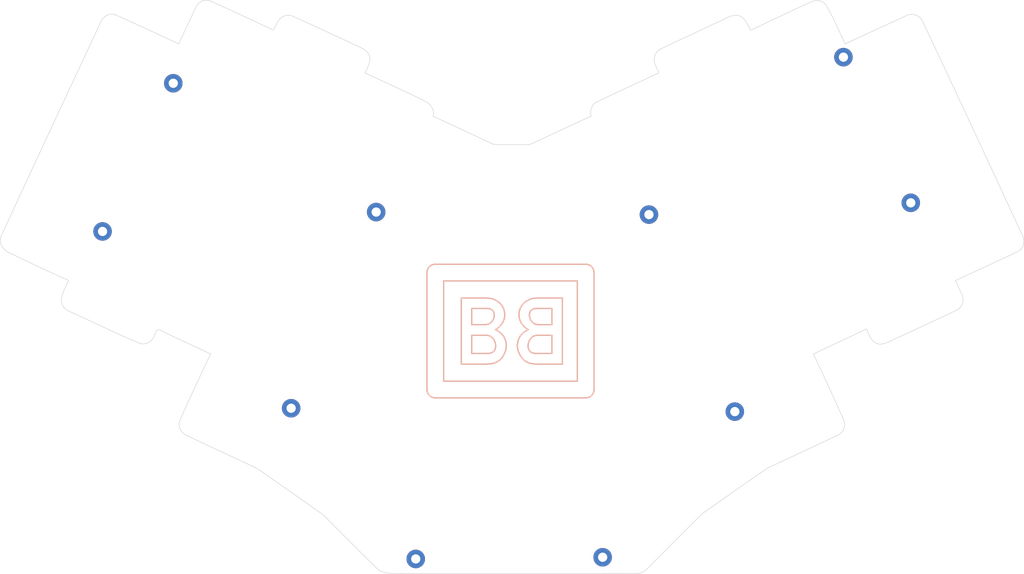
<source format=kicad_pcb>
(kicad_pcb (version 20171130) (host pcbnew "(5.1.10)-1")

  (general
    (thickness 1.6)
    (drawings 572)
    (tracks 0)
    (zones 0)
    (modules 11)
    (nets 1)
  )

  (page A4)
  (layers
    (0 F.Cu signal)
    (31 B.Cu signal)
    (32 B.Adhes user)
    (33 F.Adhes user)
    (34 B.Paste user)
    (35 F.Paste user)
    (36 B.SilkS user)
    (37 F.SilkS user)
    (38 B.Mask user)
    (39 F.Mask user)
    (40 Dwgs.User user)
    (41 Cmts.User user)
    (42 Eco1.User user)
    (43 Eco2.User user)
    (44 Edge.Cuts user)
    (45 Margin user)
    (46 B.CrtYd user)
    (47 F.CrtYd user)
    (48 B.Fab user)
    (49 F.Fab user)
  )

  (setup
    (last_trace_width 0.254)
    (trace_clearance 0.2)
    (zone_clearance 0.508)
    (zone_45_only no)
    (trace_min 0.2)
    (via_size 0.8)
    (via_drill 0.4)
    (via_min_size 0.4)
    (via_min_drill 0.3)
    (uvia_size 0.3)
    (uvia_drill 0.1)
    (uvias_allowed no)
    (uvia_min_size 0.2)
    (uvia_min_drill 0.1)
    (edge_width 0.05)
    (segment_width 0.2)
    (pcb_text_width 0.3)
    (pcb_text_size 1.5 1.5)
    (mod_edge_width 0.12)
    (mod_text_size 1 1)
    (mod_text_width 0.15)
    (pad_size 1.524 1.524)
    (pad_drill 0.762)
    (pad_to_mask_clearance 0)
    (aux_axis_origin 0 0)
    (grid_origin 145.852593 65.458404)
    (visible_elements 7FFFFFFF)
    (pcbplotparams
      (layerselection 0x010fc_ffffffff)
      (usegerberextensions false)
      (usegerberattributes true)
      (usegerberadvancedattributes true)
      (creategerberjobfile true)
      (excludeedgelayer true)
      (linewidth 0.100000)
      (plotframeref false)
      (viasonmask false)
      (mode 1)
      (useauxorigin false)
      (hpglpennumber 1)
      (hpglpenspeed 20)
      (hpglpendiameter 15.000000)
      (psnegative false)
      (psa4output false)
      (plotreference true)
      (plotvalue true)
      (plotinvisibletext false)
      (padsonsilk false)
      (subtractmaskfromsilk false)
      (outputformat 1)
      (mirror false)
      (drillshape 0)
      (scaleselection 1)
      (outputdirectory "bottom-plate-gerbers/"))
  )

  (net 0 "")

  (net_class Default "This is the default net class."
    (clearance 0.2)
    (trace_width 0.254)
    (via_dia 0.8)
    (via_drill 0.4)
    (uvia_dia 0.3)
    (uvia_drill 0.1)
  )

  (net_class Power ""
    (clearance 0.2)
    (trace_width 0.381)
    (via_dia 0.8)
    (via_drill 0.4)
    (uvia_dia 0.3)
    (uvia_drill 0.1)
  )

  (module MountingHole:MountingHole_2.7mm (layer F.Cu) (tedit 56D1B4CB) (tstamp 610E39FA)
    (at 158.852593 151.458404)
    (descr "Mounting Hole 2.7mm, no annular")
    (tags "mounting hole 2.7mm no annular")
    (attr virtual)
    (fp_text reference "" (at 0 -3.7) (layer F.SilkS)
      (effects (font (size 1 1) (thickness 0.15)))
    )
    (fp_text value "" (at 0 3.7) (layer F.Fab)
      (effects (font (size 1 1) (thickness 0.15)))
    )
    (fp_circle (center 0 0) (end 2.7 0) (layer Cmts.User) (width 0.15))
    (fp_circle (center 0 0) (end 2.95 0) (layer F.CrtYd) (width 0.05))
    (fp_text user %R (at 0.3 0) (layer F.Fab)
      (effects (font (size 1 1) (thickness 0.15)))
    )
    (pad 1 np_thru_hole circle (at 0 0) (size 2.7 2.7) (drill 2.7) (layers *.Cu *.Mask))
  )

  (module MountingHole:MountingHole_2.2mm_M2_Pad (layer F.Cu) (tedit 56D1B4CB) (tstamp 610E1156)
    (at 123.052593 151.858404)
    (descr "Mounting Hole 2.2mm, M2")
    (tags "mounting hole 2.2mm m2")
    (attr virtual)
    (fp_text reference "" (at 0 -3.2) (layer F.SilkS)
      (effects (font (size 1 1) (thickness 0.15)))
    )
    (fp_text value "" (at 0 3.2) (layer F.Fab)
      (effects (font (size 1 1) (thickness 0.15)))
    )
    (fp_circle (center 0 0) (end 2.45 0) (layer F.CrtYd) (width 0.05))
    (fp_circle (center 0 0) (end 2.2 0) (layer Cmts.User) (width 0.15))
    (fp_text user %R (at 0.3 0) (layer F.Fab)
      (effects (font (size 1 1) (thickness 0.15)))
    )
    (pad 1 thru_hole circle (at 0 0) (size 4.4 4.4) (drill 2.2) (layers *.Cu *.Mask))
  )

  (module MountingHole:MountingHole_2.2mm_M2_Pad (layer F.Cu) (tedit 56D1B4CB) (tstamp 610E1156)
    (at 178.452593 70.058404)
    (descr "Mounting Hole 2.2mm, M2")
    (tags "mounting hole 2.2mm m2")
    (attr virtual)
    (fp_text reference "" (at 0 -3.2) (layer F.SilkS)
      (effects (font (size 1 1) (thickness 0.15)))
    )
    (fp_text value "" (at 0 3.2) (layer F.Fab)
      (effects (font (size 1 1) (thickness 0.15)))
    )
    (fp_circle (center 0 0) (end 2.45 0) (layer F.CrtYd) (width 0.05))
    (fp_circle (center 0 0) (end 2.2 0) (layer Cmts.User) (width 0.15))
    (fp_text user %R (at 0.3 0) (layer F.Fab)
      (effects (font (size 1 1) (thickness 0.15)))
    )
    (pad 1 thru_hole circle (at 0 0) (size 4.4 4.4) (drill 2.2) (layers *.Cu *.Mask))
  )

  (module MountingHole:MountingHole_2.2mm_M2_Pad (layer F.Cu) (tedit 56D1B4CB) (tstamp 610E1156)
    (at 167.452593 151.458404)
    (descr "Mounting Hole 2.2mm, M2")
    (tags "mounting hole 2.2mm m2")
    (attr virtual)
    (fp_text reference "" (at 0 -3.2) (layer F.SilkS)
      (effects (font (size 1 1) (thickness 0.15)))
    )
    (fp_text value "" (at 0 3.2) (layer F.Fab)
      (effects (font (size 1 1) (thickness 0.15)))
    )
    (fp_circle (center 0 0) (end 2.45 0) (layer F.CrtYd) (width 0.05))
    (fp_circle (center 0 0) (end 2.2 0) (layer Cmts.User) (width 0.15))
    (fp_text user %R (at 0.3 0) (layer F.Fab)
      (effects (font (size 1 1) (thickness 0.15)))
    )
    (pad 1 thru_hole circle (at 0 0) (size 4.4 4.4) (drill 2.2) (layers *.Cu *.Mask))
  )

  (module MountingHole:MountingHole_2.2mm_M2_Pad (layer F.Cu) (tedit 56D1B4CB) (tstamp 610E1156)
    (at 48.652593 74.058404)
    (descr "Mounting Hole 2.2mm, M2")
    (tags "mounting hole 2.2mm m2")
    (attr virtual)
    (fp_text reference "" (at 0 -3.2) (layer F.SilkS)
      (effects (font (size 1 1) (thickness 0.15)))
    )
    (fp_text value "" (at 0 3.2) (layer F.Fab)
      (effects (font (size 1 1) (thickness 0.15)))
    )
    (fp_circle (center 0 0) (end 2.45 0) (layer F.CrtYd) (width 0.05))
    (fp_circle (center 0 0) (end 2.2 0) (layer Cmts.User) (width 0.15))
    (fp_text user %R (at 0.3 0) (layer F.Fab)
      (effects (font (size 1 1) (thickness 0.15)))
    )
    (pad 1 thru_hole circle (at 0 0) (size 4.4 4.4) (drill 2.2) (layers *.Cu *.Mask))
  )

  (module MountingHole:MountingHole_2.2mm_M2_Pad (layer F.Cu) (tedit 56D1B4CB) (tstamp 610E10BF)
    (at 65.452593 38.858404)
    (descr "Mounting Hole 2.2mm, M2")
    (tags "mounting hole 2.2mm m2")
    (attr virtual)
    (fp_text reference "" (at 0 -3.2) (layer F.SilkS)
      (effects (font (size 1 1) (thickness 0.15)))
    )
    (fp_text value "" (at 0 3.2) (layer F.Fab)
      (effects (font (size 1 1) (thickness 0.15)))
    )
    (fp_circle (center 0 0) (end 2.45 0) (layer F.CrtYd) (width 0.05))
    (fp_circle (center 0 0) (end 2.2 0) (layer Cmts.User) (width 0.15))
    (fp_text user %R (at 0.3 0) (layer F.Fab)
      (effects (font (size 1 1) (thickness 0.15)))
    )
    (pad 1 thru_hole circle (at 0 0) (size 4.4 4.4) (drill 2.2) (layers *.Cu *.Mask))
  )

  (module MountingHole:MountingHole_2.2mm_M2_Pad (layer F.Cu) (tedit 56D1B4CB) (tstamp 610E1156)
    (at 240.652593 67.258404)
    (descr "Mounting Hole 2.2mm, M2")
    (tags "mounting hole 2.2mm m2")
    (attr virtual)
    (fp_text reference "" (at 0 -3.2) (layer F.SilkS)
      (effects (font (size 1 1) (thickness 0.15)))
    )
    (fp_text value "" (at 0 3.2) (layer F.Fab)
      (effects (font (size 1 1) (thickness 0.15)))
    )
    (fp_circle (center 0 0) (end 2.45 0) (layer F.CrtYd) (width 0.05))
    (fp_circle (center 0 0) (end 2.2 0) (layer Cmts.User) (width 0.15))
    (fp_text user %R (at 0.3 0) (layer F.Fab)
      (effects (font (size 1 1) (thickness 0.15)))
    )
    (pad 1 thru_hole circle (at 0 0) (size 4.4 4.4) (drill 2.2) (layers *.Cu *.Mask))
  )

  (module MountingHole:MountingHole_2.2mm_M2_Pad (layer F.Cu) (tedit 56D1B4CB) (tstamp 610E1156)
    (at 113.652593 69.458404)
    (descr "Mounting Hole 2.2mm, M2")
    (tags "mounting hole 2.2mm m2")
    (attr virtual)
    (fp_text reference "" (at 0 -3.2) (layer F.SilkS)
      (effects (font (size 1 1) (thickness 0.15)))
    )
    (fp_text value "" (at 0 3.2) (layer F.Fab)
      (effects (font (size 1 1) (thickness 0.15)))
    )
    (fp_circle (center 0 0) (end 2.45 0) (layer F.CrtYd) (width 0.05))
    (fp_circle (center 0 0) (end 2.2 0) (layer Cmts.User) (width 0.15))
    (fp_text user %R (at 0.3 0) (layer F.Fab)
      (effects (font (size 1 1) (thickness 0.15)))
    )
    (pad 1 thru_hole circle (at 0 0) (size 4.4 4.4) (drill 2.2) (layers *.Cu *.Mask))
  )

  (module MountingHole:MountingHole_2.2mm_M2_Pad (layer F.Cu) (tedit 56D1B4CB) (tstamp 610E1156)
    (at 198.852593 116.858404)
    (descr "Mounting Hole 2.2mm, M2")
    (tags "mounting hole 2.2mm m2")
    (attr virtual)
    (fp_text reference "" (at 0 -3.2) (layer F.SilkS)
      (effects (font (size 1 1) (thickness 0.15)))
    )
    (fp_text value "" (at 0 3.2) (layer F.Fab)
      (effects (font (size 1 1) (thickness 0.15)))
    )
    (fp_circle (center 0 0) (end 2.45 0) (layer F.CrtYd) (width 0.05))
    (fp_circle (center 0 0) (end 2.2 0) (layer Cmts.User) (width 0.15))
    (fp_text user %R (at 0.3 0) (layer F.Fab)
      (effects (font (size 1 1) (thickness 0.15)))
    )
    (pad 1 thru_hole circle (at 0 0) (size 4.4 4.4) (drill 2.2) (layers *.Cu *.Mask))
  )

  (module MountingHole:MountingHole_2.2mm_M2_Pad (layer F.Cu) (tedit 56D1B4CB) (tstamp 610E1156)
    (at 224.652593 32.658404)
    (descr "Mounting Hole 2.2mm, M2")
    (tags "mounting hole 2.2mm m2")
    (attr virtual)
    (fp_text reference "" (at 0 -3.2) (layer F.SilkS)
      (effects (font (size 1 1) (thickness 0.15)))
    )
    (fp_text value "" (at 0 3.2) (layer F.Fab)
      (effects (font (size 1 1) (thickness 0.15)))
    )
    (fp_circle (center 0 0) (end 2.45 0) (layer F.CrtYd) (width 0.05))
    (fp_circle (center 0 0) (end 2.2 0) (layer Cmts.User) (width 0.15))
    (fp_text user %R (at 0.3 0) (layer F.Fab)
      (effects (font (size 1 1) (thickness 0.15)))
    )
    (pad 1 thru_hole circle (at 0 0) (size 4.4 4.4) (drill 2.2) (layers *.Cu *.Mask))
  )

  (module MountingHole:MountingHole_2.2mm_M2_Pad (layer F.Cu) (tedit 56D1B4CB) (tstamp 610E1156)
    (at 93.452593 116.058404)
    (descr "Mounting Hole 2.2mm, M2")
    (tags "mounting hole 2.2mm m2")
    (attr virtual)
    (fp_text reference "" (at 0 -3.2) (layer F.SilkS)
      (effects (font (size 1 1) (thickness 0.15)))
    )
    (fp_text value "" (at 0 3.2) (layer F.Fab)
      (effects (font (size 1 1) (thickness 0.15)))
    )
    (fp_circle (center 0 0) (end 2.45 0) (layer F.CrtYd) (width 0.05))
    (fp_circle (center 0 0) (end 2.2 0) (layer Cmts.User) (width 0.15))
    (fp_text user %R (at 0.3 0) (layer F.Fab)
      (effects (font (size 1 1) (thickness 0.15)))
    )
    (pad 1 thru_hole circle (at 0 0) (size 4.4 4.4) (drill 2.2) (layers *.Cu *.Mask))
  )

  (gr_line (start 141.851837 102.046564) (end 141.971997 101.446284) (layer F.SilkS) (width 0.16))
  (gr_line (start 151.592617 103.075124) (end 155.343617 103.075124) (layer F.SilkS) (width 0.16))
  (gr_line (start 152.115617 98.761564) (end 151.856417 98.767364) (layer F.SilkS) (width 0.16))
  (gr_line (start 150.092217 99.816304) (end 150.021617 99.925744) (layer F.SilkS) (width 0.16))
  (gr_line (start 150.561017 99.241984) (end 150.308817 99.502684) (layer F.SilkS) (width 0.16))
  (gr_line (start 150.140217 99.734184) (end 150.092217 99.816304) (layer F.SilkS) (width 0.16))
  (gr_line (start 150.751417 102.960764) (end 151.382417 103.075124) (layer F.SilkS) (width 0.16))
  (gr_line (start 149.670217 101.446284) (end 149.790217 102.046564) (layer F.SilkS) (width 0.16))
  (gr_line (start 150.848217 99.033844) (end 150.561017 99.241984) (layer F.SilkS) (width 0.16))
  (gr_line (start 151.087217 98.910164) (end 150.848217 99.033844) (layer F.SilkS) (width 0.16))
  (gr_line (start 152.202217 98.761564) (end 152.115617 98.761564) (layer F.SilkS) (width 0.16))
  (gr_line (start 141.971997 101.446284) (end 141.971997 101.246464) (layer F.SilkS) (width 0.16))
  (gr_line (start 151.616016 98.785004) (end 151.564816 98.785004) (layer F.SilkS) (width 0.16))
  (gr_line (start 149.790217 102.046564) (end 150.150617 102.617864) (layer F.SilkS) (width 0.16))
  (gr_line (start 151.411017 98.808145) (end 151.213617 98.863025) (layer F.SilkS) (width 0.16))
  (gr_line (start 151.382417 103.075124) (end 151.592617 103.075124) (layer F.SilkS) (width 0.16))
  (gr_line (start 151.170617 98.878704) (end 151.087217 98.910164) (layer F.SilkS) (width 0.16))
  (gr_line (start 151.856417 98.767364) (end 151.647217 98.780824) (layer F.SilkS) (width 0.16))
  (gr_line (start 155.343617 98.761564) (end 152.202217 98.761564) (layer F.SilkS) (width 0.16))
  (gr_line (start 155.343617 103.075124) (end 155.343617 98.761564) (layer F.SilkS) (width 0.16))
  (gr_line (start 150.150617 102.617864) (end 150.751417 102.960764) (layer F.SilkS) (width 0.16))
  (gr_line (start 149.670217 101.246464) (end 149.670217 101.446284) (layer F.SilkS) (width 0.16))
  (gr_line (start 149.775617 100.502044) (end 149.670217 101.060124) (layer F.SilkS) (width 0.16))
  (gr_line (start 150.308817 99.502684) (end 150.140217 99.734184) (layer F.SilkS) (width 0.16))
  (gr_line (start 151.564816 98.785004) (end 151.411017 98.808145) (layer F.SilkS) (width 0.16))
  (gr_line (start 151.647217 98.780824) (end 151.616016 98.785004) (layer F.SilkS) (width 0.16))
  (gr_line (start 150.021617 99.925744) (end 149.775617 100.502044) (layer F.SilkS) (width 0.16))
  (gr_line (start 151.213617 98.863025) (end 151.170617 98.878704) (layer F.SilkS) (width 0.16))
  (gr_line (start 148.752817 96.705504) (end 148.064017 95.883684) (layer F.SilkS) (width 0.16))
  (gr_line (start 150.105417 93.281404) (end 149.998417 93.804484) (layer F.SilkS) (width 0.16))
  (gr_line (start 151.573017 96.170844) (end 151.885617 96.211904) (layer F.SilkS) (width 0.16))
  (gr_line (start 149.998417 94.112884) (end 150.054017 94.515044) (layer F.SilkS) (width 0.16))
  (gr_line (start 150.619617 105.493844) (end 150.144817 105.384124) (layer F.SilkS) (width 0.16))
  (gr_line (start 155.343617 96.229544) (end 155.343617 92.384604) (layer F.SilkS) (width 0.16))
  (gr_line (start 149.394617 90.567804) (end 150.006217 90.255204) (layer F.SilkS) (width 0.16))
  (gr_line (start 150.725217 105.513384) (end 150.619617 105.493844) (layer F.SilkS) (width 0.16))
  (gr_line (start 150.826817 105.528844) (end 150.725217 105.513384) (layer F.SilkS) (width 0.16))
  (gr_line (start 149.509817 97.499264) (end 149.717017 97.401764) (layer F.SilkS) (width 0.16))
  (gr_line (start 151.586817 105.607084) (end 150.826817 105.528844) (layer F.SilkS) (width 0.16))
  (gr_line (start 151.874017 105.607084) (end 151.586817 105.607084) (layer F.SilkS) (width 0.16))
  (gr_line (start 147.308017 99.992124) (end 147.704617 99.109124) (layer F.SilkS) (width 0.16))
  (gr_line (start 147.896217 92.169604) (end 148.234017 91.616604) (layer F.SilkS) (width 0.16))
  (gr_line (start 150.971417 89.975804) (end 151.648216 89.899604) (layer F.SilkS) (width 0.16))
  (gr_line (start 147.818217 98.948964) (end 147.927617 98.788604) (layer F.SilkS) (width 0.16))
  (gr_line (start 150.889217 95.807624) (end 150.943817 95.850584) (layer F.SilkS) (width 0.16))
  (gr_line (start 151.471417 96.143604) (end 151.522417 96.159264) (layer F.SilkS) (width 0.16))
  (gr_line (start 151.648216 89.899604) (end 151.874017 89.899604) (layer F.SilkS) (width 0.16))
  (gr_line (start 150.271817 90.153604) (end 150.971417 89.975804) (layer F.SilkS) (width 0.16))
  (gr_line (start 148.755817 91.048404) (end 148.853417 90.958604) (layer F.SilkS) (width 0.16))
  (gr_line (start 147.786817 92.411804) (end 147.841617 92.290804) (layer F.SilkS) (width 0.16))
  (gr_line (start 147.650817 94.935564) (end 147.513417 94.130244) (layer F.SilkS) (width 0.16))
  (gr_line (start 152.366217 96.229544) (end 155.343617 96.229544) (layer F.SilkS) (width 0.16))
  (gr_line (start 150.221017 94.998704) (end 150.499217 95.429444) (layer F.SilkS) (width 0.16))
  (gr_line (start 157.828817 105.607084) (end 151.874017 105.607084) (layer F.SilkS) (width 0.16))
  (gr_line (start 157.828817 89.899604) (end 157.828817 105.607084) (layer F.SilkS) (width 0.16))
  (gr_line (start 150.139017 90.204604) (end 150.271817 90.153604) (layer F.SilkS) (width 0.16))
  (gr_line (start 147.138217 101.199624) (end 147.138217 100.897504) (layer F.SilkS) (width 0.16))
  (gr_line (start 151.522417 92.384604) (end 150.961017 92.484004) (layer F.SilkS) (width 0.16))
  (gr_line (start 147.927617 98.788604) (end 148.621017 98.081345) (layer F.SilkS) (width 0.16))
  (gr_line (start 150.943817 95.850584) (end 151.211417 96.024224) (layer F.SilkS) (width 0.16))
  (gr_line (start 147.595217 93.046804) (end 147.786817 92.411804) (layer F.SilkS) (width 0.16))
  (gr_line (start 148.621017 98.081345) (end 149.509817 97.499264) (layer F.SilkS) (width 0.16))
  (gr_line (start 151.522417 96.159264) (end 151.573017 96.170844) (layer F.SilkS) (width 0.16))
  (gr_line (start 150.426217 92.783204) (end 150.105417 93.281404) (layer F.SilkS) (width 0.16))
  (gr_line (start 149.460417 97.254284) (end 148.752817 96.705504) (layer F.SilkS) (width 0.16))
  (gr_line (start 149.998417 93.978964) (end 149.998417 94.112884) (layer F.SilkS) (width 0.16))
  (gr_line (start 150.006217 90.255204) (end 150.139017 90.204604) (layer F.SilkS) (width 0.16))
  (gr_line (start 147.513417 93.657864) (end 147.595217 93.046804) (layer F.SilkS) (width 0.16))
  (gr_line (start 149.998417 93.804484) (end 149.998417 93.978964) (layer F.SilkS) (width 0.16))
  (gr_line (start 148.658017 91.134204) (end 148.755817 91.048404) (layer F.SilkS) (width 0.16))
  (gr_line (start 147.138217 100.897504) (end 147.308017 99.992124) (layer F.SilkS) (width 0.16))
  (gr_line (start 151.874017 89.899604) (end 157.828817 89.899604) (layer F.SilkS) (width 0.16))
  (gr_line (start 152.246017 96.229544) (end 152.366217 96.229544) (layer F.SilkS) (width 0.16))
  (gr_line (start 148.853417 90.958604) (end 149.394617 90.567804) (layer F.SilkS) (width 0.16))
  (gr_line (start 151.885617 96.211904) (end 152.246017 96.229544) (layer F.SilkS) (width 0.16))
  (gr_line (start 151.211417 96.024224) (end 151.471417 96.143604) (layer F.SilkS) (width 0.16))
  (gr_line (start 150.783217 95.723804) (end 150.889217 95.807624) (layer F.SilkS) (width 0.16))
  (gr_line (start 155.343617 92.384604) (end 151.709817 92.384604) (layer F.SilkS) (width 0.16))
  (gr_line (start 147.841617 92.290804) (end 147.896217 92.169604) (layer F.SilkS) (width 0.16))
  (gr_line (start 148.234017 91.616604) (end 148.658017 91.134204) (layer F.SilkS) (width 0.16))
  (gr_line (start 147.513417 94.130244) (end 147.513417 93.861844) (layer F.SilkS) (width 0.16))
  (gr_line (start 148.064017 95.883684) (end 147.650817 94.935564) (layer F.SilkS) (width 0.16))
  (gr_line (start 149.717017 97.401764) (end 149.460417 97.254284) (layer F.SilkS) (width 0.16))
  (gr_line (start 147.704617 99.109124) (end 147.818217 98.948964) (layer F.SilkS) (width 0.16))
  (gr_line (start 150.961017 92.484004) (end 150.426217 92.783204) (layer F.SilkS) (width 0.16))
  (gr_line (start 149.670217 101.060124) (end 149.670217 101.246464) (layer F.SilkS) (width 0.16))
  (gr_line (start 151.709817 92.384604) (end 151.522417 92.384604) (layer F.SilkS) (width 0.16))
  (gr_line (start 150.499217 95.429444) (end 150.783217 95.723804) (layer F.SilkS) (width 0.16))
  (gr_line (start 150.054017 94.515044) (end 150.221017 94.998704) (layer F.SilkS) (width 0.16))
  (gr_line (start 149.740617 105.259324) (end 149.670217 105.232004) (layer F.SilkS) (width 0.16))
  (gr_line (start 150.144817 105.384124) (end 149.740617 105.259324) (layer F.SilkS) (width 0.16))
  (gr_line (start 147.513417 93.861844) (end 147.513417 93.657864) (layer F.SilkS) (width 0.16))
  (gr_line (start 126.238095 113.04825) (end 125.996111 112.755004) (layer F.SilkS) (width 0.16))
  (gr_line (start 127.542269 113.628404) (end 127.241583 113.588166) (layer F.SilkS) (width 0.16))
  (gr_line (start 164.472217 113.290234) (end 164.135017 113.472686) (layer F.SilkS) (width 0.16))
  (gr_line (start 164.135017 113.472686) (end 163.762017 113.588166) (layer F.SilkS) (width 0.16))
  (gr_line (start 143.413657 104.147784) (end 143.058137 104.528644) (layer F.SilkS) (width 0.16))
  (gr_line (start 143.722337 103.727764) (end 143.413657 104.147784) (layer F.SilkS) (width 0.16))
  (gr_line (start 127.542269 81.878404) (end 127.642593 81.878404) (layer F.SilkS) (width 0.16))
  (gr_line (start 144.503957 101.199624) (end 144.503957 101.515984) (layer F.SilkS) (width 0.16))
  (gr_line (start 125.996111 82.751605) (end 126.238095 82.458204) (layer F.SilkS) (width 0.16))
  (gr_line (start 143.777237 103.637884) (end 143.722337 103.727764) (layer F.SilkS) (width 0.16))
  (gr_line (start 143.835657 103.548064) (end 143.777237 103.637884) (layer F.SilkS) (width 0.16))
  (gr_line (start 126.531343 82.216204) (end 126.868689 82.033804) (layer F.SilkS) (width 0.16))
  (gr_line (start 163.361417 113.628404) (end 127.642593 113.628404) (layer F.SilkS) (width 0.16))
  (gr_line (start 144.347757 102.360184) (end 144.316557 102.465744) (layer F.SilkS) (width 0.16))
  (gr_line (start 164.765617 113.04825) (end 164.472217 113.290234) (layer F.SilkS) (width 0.16))
  (gr_line (start 144.503957 101.515984) (end 144.347757 102.360184) (layer F.SilkS) (width 0.16))
  (gr_line (start 144.285157 102.571004) (end 143.835657 103.548064) (layer F.SilkS) (width 0.16))
  (gr_line (start 126.531343 113.290234) (end 126.238095 113.04825) (layer F.SilkS) (width 0.16))
  (gr_line (start 126.868689 82.033804) (end 127.241583 81.918404) (layer F.SilkS) (width 0.16))
  (gr_line (start 125.69818 83.461804) (end 125.81366 83.088804) (layer F.SilkS) (width 0.16))
  (gr_line (start 125.69818 112.044764) (end 125.658217 111.744076) (layer F.SilkS) (width 0.16))
  (gr_line (start 163.762017 113.588166) (end 163.461417 113.628404) (layer F.SilkS) (width 0.16))
  (gr_line (start 165.305417 112.044764) (end 165.190017 112.417656) (layer F.SilkS) (width 0.16))
  (gr_line (start 127.241583 81.918404) (end 127.542269 81.878404) (layer F.SilkS) (width 0.16))
  (gr_line (start 127.642593 113.628404) (end 127.542269 113.628404) (layer F.SilkS) (width 0.16))
  (gr_line (start 125.658217 111.644028) (end 125.658217 83.862804) (layer F.SilkS) (width 0.16))
  (gr_line (start 161.377017 85.847204) (end 161.377017 109.659644) (layer F.SilkS) (width 0.16))
  (gr_line (start 125.81366 83.088804) (end 125.996111 82.751605) (layer F.SilkS) (width 0.16))
  (gr_line (start 125.658217 83.762404) (end 125.69818 83.461804) (layer F.SilkS) (width 0.16))
  (gr_line (start 165.190017 112.417656) (end 165.007617 112.755004) (layer F.SilkS) (width 0.16))
  (gr_line (start 125.996111 112.755004) (end 125.81366 112.417656) (layer F.SilkS) (width 0.16))
  (gr_line (start 126.868689 113.472686) (end 126.531343 113.290234) (layer F.SilkS) (width 0.16))
  (gr_line (start 127.241583 113.588166) (end 126.868689 113.472686) (layer F.SilkS) (width 0.16))
  (gr_line (start 163.461417 113.628404) (end 163.361417 113.628404) (layer F.SilkS) (width 0.16))
  (gr_line (start 165.345817 111.744076) (end 165.305417 112.044764) (layer F.SilkS) (width 0.16))
  (gr_line (start 165.345817 111.644028) (end 165.345817 111.744076) (layer F.SilkS) (width 0.16))
  (gr_line (start 144.316557 102.465744) (end 144.285157 102.571004) (layer F.SilkS) (width 0.16))
  (gr_line (start 129.626977 109.659644) (end 129.626977 85.847204) (layer F.SilkS) (width 0.16))
  (gr_line (start 129.626977 85.847204) (end 161.377017 85.847204) (layer F.SilkS) (width 0.16))
  (gr_line (start 126.238095 82.458204) (end 126.531343 82.216204) (layer F.SilkS) (width 0.16))
  (gr_line (start 125.658217 111.744076) (end 125.658217 111.644028) (layer F.SilkS) (width 0.16))
  (gr_line (start 165.007617 112.755004) (end 164.765617 113.04825) (layer F.SilkS) (width 0.16))
  (gr_line (start 125.81366 112.417656) (end 125.69818 112.044764) (layer F.SilkS) (width 0.16))
  (gr_line (start 143.058137 104.528644) (end 142.980177 104.598924) (layer F.SilkS) (width 0.16))
  (gr_line (start 161.377017 109.659644) (end 129.626977 109.659644) (layer F.SilkS) (width 0.16))
  (gr_line (start 125.658217 83.862804) (end 125.658217 83.762404) (layer F.SilkS) (width 0.16))
  (gr_line (start 147.865017 103.637884) (end 147.806217 103.547784) (layer F.SilkS) (width 0.16))
  (gr_line (start 148.583817 104.528644) (end 148.228217 104.147784) (layer F.SilkS) (width 0.16))
  (gr_line (start 149.576217 105.192844) (end 149.136617 104.956424) (layer F.SilkS) (width 0.16))
  (gr_line (start 149.670217 105.232004) (end 149.576217 105.192844) (layer F.SilkS) (width 0.16))
  (gr_line (start 148.228217 104.147784) (end 147.919617 103.727764) (layer F.SilkS) (width 0.16))
  (gr_line (start 148.736217 104.665384) (end 148.662017 104.598924) (layer F.SilkS) (width 0.16))
  (gr_line (start 149.136617 104.956424) (end 148.736217 104.665384) (layer F.SilkS) (width 0.16))
  (gr_line (start 147.919617 103.727764) (end 147.865017 103.637884) (layer F.SilkS) (width 0.16))
  (gr_line (start 148.662017 104.598924) (end 148.583817 104.528644) (layer F.SilkS) (width 0.16))
  (gr_line (start 147.356817 102.571004) (end 147.325617 102.465744) (layer F.SilkS) (width 0.16))
  (gr_line (start 147.138217 101.489524) (end 147.138217 101.199624) (layer F.SilkS) (width 0.16))
  (gr_line (start 147.325617 102.465744) (end 147.294217 102.360184) (layer F.SilkS) (width 0.16))
  (gr_line (start 147.294217 102.360184) (end 147.138217 101.489524) (layer F.SilkS) (width 0.16))
  (gr_line (start 147.806217 103.547784) (end 147.356817 102.571004) (layer F.SilkS) (width 0.16))
  (gr_line (start 140.259617 103.075124) (end 140.890517 102.960764) (layer F.SilkS) (width 0.16))
  (gr_line (start 140.554817 98.910164) (end 140.471577 98.878704) (layer F.SilkS) (width 0.16))
  (gr_line (start 140.049637 103.075124) (end 140.259617 103.075124) (layer F.SilkS) (width 0.16))
  (gr_line (start 140.231257 98.808145) (end 140.077437 98.785004) (layer F.SilkS) (width 0.16))
  (gr_line (start 141.971997 101.060124) (end 141.866457 100.502044) (layer F.SilkS) (width 0.16))
  (gr_line (start 140.471577 98.878704) (end 140.428597 98.863025) (layer F.SilkS) (width 0.16))
  (gr_line (start 141.620277 99.925744) (end 141.550017 99.816584) (layer F.SilkS) (width 0.16))
  (gr_line (start 141.550017 99.816584) (end 141.501817 99.734464) (layer F.SilkS) (width 0.16))
  (gr_line (start 136.298637 103.075124) (end 140.049637 103.075124) (layer F.SilkS) (width 0.16))
  (gr_line (start 136.298637 98.761564) (end 136.298637 103.075124) (layer F.SilkS) (width 0.16))
  (gr_line (start 139.785836 98.767364) (end 139.526537 98.761564) (layer F.SilkS) (width 0.16))
  (gr_line (start 140.077437 98.785004) (end 140.026217 98.785004) (layer F.SilkS) (width 0.16))
  (gr_line (start 141.080956 99.241984) (end 140.793796 99.033844) (layer F.SilkS) (width 0.16))
  (gr_line (start 140.428597 98.863025) (end 140.231257 98.808145) (layer F.SilkS) (width 0.16))
  (gr_line (start 139.440257 98.761564) (end 136.298637 98.761564) (layer F.SilkS) (width 0.16))
  (gr_line (start 141.866457 100.502044) (end 141.620277 99.925744) (layer F.SilkS) (width 0.16))
  (gr_line (start 141.971997 101.246464) (end 141.971997 101.060124) (layer F.SilkS) (width 0.16))
  (gr_line (start 139.994757 98.780824) (end 139.785836 98.767364) (layer F.SilkS) (width 0.16))
  (gr_line (start 140.793796 99.033844) (end 140.554817 98.910164) (layer F.SilkS) (width 0.16))
  (gr_line (start 141.333117 99.502964) (end 141.080956 99.241984) (layer F.SilkS) (width 0.16))
  (gr_line (start 141.501817 99.734464) (end 141.333117 99.502964) (layer F.SilkS) (width 0.16))
  (gr_line (start 141.643997 94.112884) (end 141.643997 93.978964) (layer F.SilkS) (width 0.16))
  (gr_line (start 141.421037 94.998704) (end 141.588037 94.515044) (layer F.SilkS) (width 0.16))
  (gr_line (start 141.588037 94.515044) (end 141.643997 94.112884) (layer F.SilkS) (width 0.16))
  (gr_line (start 141.491316 102.617864) (end 141.851837 102.046564) (layer F.SilkS) (width 0.16))
  (gr_line (start 140.890517 102.960764) (end 141.491316 102.617864) (layer F.SilkS) (width 0.16))
  (gr_line (start 139.526537 98.761564) (end 139.440257 98.761564) (layer F.SilkS) (width 0.16))
  (gr_line (start 140.026217 98.785004) (end 139.994757 98.780824) (layer F.SilkS) (width 0.16))
  (gr_line (start 139.768477 105.607084) (end 133.813457 105.607084) (layer F.SilkS) (width 0.16))
  (gr_line (start 143.577917 95.883684) (end 142.889217 96.705504) (layer F.SilkS) (width 0.16))
  (gr_line (start 142.247317 90.567804) (end 142.788617 90.958604) (layer F.SilkS) (width 0.16))
  (gr_line (start 144.128877 93.861564) (end 144.128877 94.130024) (layer F.SilkS) (width 0.16))
  (gr_line (start 140.030037 105.607084) (end 139.768477 105.607084) (layer F.SilkS) (width 0.16))
  (gr_line (start 141.636017 90.255204) (end 142.247317 90.567804) (layer F.SilkS) (width 0.16))
  (gr_line (start 142.905737 104.665384) (end 142.505257 104.956424) (layer F.SilkS) (width 0.16))
  (gr_line (start 142.065697 105.192844) (end 141.971997 105.232004) (layer F.SilkS) (width 0.16))
  (gr_line (start 141.536817 93.281404) (end 141.215997 92.783404) (layer F.SilkS) (width 0.16))
  (gr_line (start 140.752937 95.807624) (end 140.858776 95.723804) (layer F.SilkS) (width 0.16))
  (gr_line (start 143.407877 91.616604) (end 143.745777 92.169604) (layer F.SilkS) (width 0.16))
  (gr_line (start 140.119916 96.159264) (end 140.170657 96.143604) (layer F.SilkS) (width 0.16))
  (gr_line (start 141.142697 95.429444) (end 141.421037 94.998704) (layer F.SilkS) (width 0.16))
  (gr_line (start 140.698117 95.850584) (end 140.752937 95.807624) (layer F.SilkS) (width 0.16))
  (gr_line (start 143.800657 92.290804) (end 143.855197 92.411804) (layer F.SilkS) (width 0.16))
  (gr_line (start 143.745777 92.169604) (end 143.800657 92.290804) (layer F.SilkS) (width 0.16))
  (gr_line (start 142.984057 91.134404) (end 143.407877 91.616604) (layer F.SilkS) (width 0.16))
  (gr_line (start 142.886477 91.048404) (end 142.984057 91.134404) (layer F.SilkS) (width 0.16))
  (gr_line (start 144.128877 94.130024) (end 143.991097 94.935564) (layer F.SilkS) (width 0.16))
  (gr_line (start 141.643997 93.978964) (end 141.643997 93.804484) (layer F.SilkS) (width 0.16))
  (gr_line (start 133.813457 105.607084) (end 133.813457 89.899604) (layer F.SilkS) (width 0.16))
  (gr_line (start 139.932517 92.384804) (end 136.298637 92.384804) (layer F.SilkS) (width 0.16))
  (gr_line (start 140.858776 95.723804) (end 141.142697 95.429444) (layer F.SilkS) (width 0.16))
  (gr_line (start 144.503957 100.897504) (end 144.503957 101.199624) (layer F.SilkS) (width 0.16))
  (gr_line (start 141.370297 90.153604) (end 141.503157 90.204604) (layer F.SilkS) (width 0.16))
  (gr_line (start 139.756337 96.211904) (end 140.068917 96.170844) (layer F.SilkS) (width 0.16))
  (gr_line (start 143.855197 92.411804) (end 144.046757 93.046804) (layer F.SilkS) (width 0.16))
  (gr_line (start 143.991097 94.935564) (end 143.577917 95.883684) (layer F.SilkS) (width 0.16))
  (gr_line (start 140.917277 105.513384) (end 140.815517 105.528844) (layer F.SilkS) (width 0.16))
  (gr_line (start 136.298637 96.229544) (end 139.275996 96.229544) (layer F.SilkS) (width 0.16))
  (gr_line (start 136.298637 92.384804) (end 136.298637 96.229544) (layer F.SilkS) (width 0.16))
  (gr_line (start 140.430497 96.024224) (end 140.698117 95.850584) (layer F.SilkS) (width 0.16))
  (gr_line (start 140.170657 96.143604) (end 140.430497 96.024224) (layer F.SilkS) (width 0.16))
  (gr_line (start 143.824077 98.948964) (end 143.937337 99.109124) (layer F.SilkS) (width 0.16))
  (gr_line (start 142.980177 104.598924) (end 142.905737 104.665384) (layer F.SilkS) (width 0.16))
  (gr_line (start 143.714657 98.788604) (end 143.824077 98.948964) (layer F.SilkS) (width 0.16))
  (gr_line (start 141.901737 105.259324) (end 141.497377 105.384124) (layer F.SilkS) (width 0.16))
  (gr_line (start 142.788617 90.958604) (end 142.886477 91.048404) (layer F.SilkS) (width 0.16))
  (gr_line (start 141.022537 105.493844) (end 140.917277 105.513384) (layer F.SilkS) (width 0.16))
  (gr_line (start 142.505257 104.956424) (end 142.065697 105.192844) (layer F.SilkS) (width 0.16))
  (gr_line (start 144.128877 93.657864) (end 144.128877 93.861564) (layer F.SilkS) (width 0.16))
  (gr_line (start 140.068917 96.170844) (end 140.119916 96.159264) (layer F.SilkS) (width 0.16))
  (gr_line (start 139.395877 96.229544) (end 139.756337 96.211904) (layer F.SilkS) (width 0.16))
  (gr_line (start 139.993977 89.899604) (end 140.670817 89.975804) (layer F.SilkS) (width 0.16))
  (gr_line (start 139.275996 96.229544) (end 139.395877 96.229544) (layer F.SilkS) (width 0.16))
  (gr_line (start 141.971997 105.232004) (end 141.901737 105.259324) (layer F.SilkS) (width 0.16))
  (gr_line (start 140.119637 92.384804) (end 139.932517 92.384804) (layer F.SilkS) (width 0.16))
  (gr_line (start 140.681036 92.484404) (end 140.119637 92.384804) (layer F.SilkS) (width 0.16))
  (gr_line (start 140.815517 105.528844) (end 140.030037 105.607084) (layer F.SilkS) (width 0.16))
  (gr_line (start 142.181477 97.254284) (end 141.925157 97.401764) (layer F.SilkS) (width 0.16))
  (gr_line (start 141.503157 90.204604) (end 141.636017 90.255204) (layer F.SilkS) (width 0.16))
  (gr_line (start 141.215997 92.783404) (end 140.681036 92.484404) (layer F.SilkS) (width 0.16))
  (gr_line (start 141.643997 93.804484) (end 141.536817 93.281404) (layer F.SilkS) (width 0.16))
  (gr_line (start 144.333917 99.992124) (end 144.503957 100.897504) (layer F.SilkS) (width 0.16))
  (gr_line (start 143.937337 99.109124) (end 144.333917 99.992124) (layer F.SilkS) (width 0.16))
  (gr_line (start 133.813457 89.899604) (end 139.768477 89.899604) (layer F.SilkS) (width 0.16))
  (gr_line (start 143.021237 98.081345) (end 143.714657 98.788604) (layer F.SilkS) (width 0.16))
  (gr_line (start 140.670817 89.975804) (end 141.370297 90.153604) (layer F.SilkS) (width 0.16))
  (gr_line (start 142.132097 97.499264) (end 143.021237 98.081345) (layer F.SilkS) (width 0.16))
  (gr_line (start 141.925157 97.401764) (end 142.132097 97.499264) (layer F.SilkS) (width 0.16))
  (gr_line (start 142.889217 96.705504) (end 142.181477 97.254284) (layer F.SilkS) (width 0.16))
  (gr_line (start 144.046757 93.046804) (end 144.128877 93.657864) (layer F.SilkS) (width 0.16))
  (gr_line (start 139.768477 89.899604) (end 139.993977 89.899604) (layer F.SilkS) (width 0.16))
  (gr_line (start 141.497377 105.384124) (end 141.022537 105.493844) (layer F.SilkS) (width 0.16))
  (gr_line (start 165.345817 83.862804) (end 165.345817 111.644028) (layer F.SilkS) (width 0.16))
  (gr_line (start 163.461417 81.878404) (end 163.762017 81.918404) (layer F.SilkS) (width 0.16))
  (gr_line (start 165.345817 83.762404) (end 165.345817 83.862804) (layer F.SilkS) (width 0.16))
  (gr_line (start 165.305417 83.461804) (end 165.345817 83.762404) (layer F.SilkS) (width 0.16))
  (gr_line (start 165.190017 83.088804) (end 165.305417 83.461804) (layer F.SilkS) (width 0.16))
  (gr_line (start 165.007617 82.751605) (end 165.190017 83.088804) (layer F.SilkS) (width 0.16))
  (gr_line (start 164.765617 82.458204) (end 165.007617 82.751605) (layer F.SilkS) (width 0.16))
  (gr_line (start 164.472217 82.216204) (end 164.765617 82.458204) (layer F.SilkS) (width 0.16))
  (gr_line (start 164.135017 82.033804) (end 164.472217 82.216204) (layer F.SilkS) (width 0.16))
  (gr_line (start 163.762017 81.918404) (end 164.135017 82.033804) (layer F.SilkS) (width 0.16))
  (gr_line (start 163.361417 81.878404) (end 163.461417 81.878404) (layer F.SilkS) (width 0.16))
  (gr_line (start 127.642593 81.878404) (end 163.361417 81.878404) (layer F.SilkS) (width 0.16))
  (gr_line (start 140.057333 98.750424) (end 139.848412 98.736964) (layer B.SilkS) (width 0.32))
  (gr_line (start 140.140013 98.754604) (end 140.088793 98.754604) (layer B.SilkS) (width 0.32))
  (gr_line (start 140.293833 98.777745) (end 140.140013 98.754604) (layer B.SilkS) (width 0.32))
  (gr_line (start 140.088793 98.754604) (end 140.057333 98.750424) (layer B.SilkS) (width 0.32))
  (gr_line (start 139.848412 98.736964) (end 139.589113 98.731164) (layer B.SilkS) (width 0.32))
  (gr_line (start 140.534153 98.848304) (end 140.491173 98.832625) (layer B.SilkS) (width 0.32))
  (gr_line (start 139.338572 96.199144) (end 139.458453 96.199144) (layer B.SilkS) (width 0.32))
  (gr_line (start 141.599393 93.251004) (end 141.278573 92.753004) (layer B.SilkS) (width 0.32))
  (gr_line (start 141.564393 99.704064) (end 141.395693 99.472564) (layer B.SilkS) (width 0.32))
  (gr_line (start 140.617393 98.879764) (end 140.534153 98.848304) (layer B.SilkS) (width 0.32))
  (gr_line (start 140.856372 99.003444) (end 140.617393 98.879764) (layer B.SilkS) (width 0.32))
  (gr_line (start 143.863233 92.260404) (end 143.917773 92.381404) (layer B.SilkS) (width 0.32))
  (gr_line (start 141.143532 99.211584) (end 140.856372 99.003444) (layer B.SilkS) (width 0.32))
  (gr_line (start 141.395693 99.472564) (end 141.143532 99.211584) (layer B.SilkS) (width 0.32))
  (gr_line (start 141.612593 99.786184) (end 141.564393 99.704064) (layer B.SilkS) (width 0.32))
  (gr_line (start 142.034573 101.029724) (end 141.929033 100.471644) (layer B.SilkS) (width 0.32))
  (gr_line (start 140.182213 92.354404) (end 139.995093 92.354404) (layer B.SilkS) (width 0.32))
  (gr_line (start 142.034573 101.216064) (end 142.034573 101.029724) (layer B.SilkS) (width 0.32))
  (gr_line (start 141.706573 94.082484) (end 141.706573 93.948564) (layer B.SilkS) (width 0.32))
  (gr_line (start 143.777233 98.758204) (end 143.886653 98.918564) (layer B.SilkS) (width 0.32))
  (gr_line (start 139.995093 92.354404) (end 136.361213 92.354404) (layer B.SilkS) (width 0.32))
  (gr_line (start 140.743612 92.454004) (end 140.182213 92.354404) (layer B.SilkS) (width 0.32))
  (gr_line (start 141.205273 95.399044) (end 141.483613 94.968304) (layer B.SilkS) (width 0.32))
  (gr_line (start 141.987733 97.371364) (end 142.194673 97.468864) (layer B.SilkS) (width 0.32))
  (gr_line (start 140.182492 96.128864) (end 140.233233 96.113204) (layer B.SilkS) (width 0.32))
  (gr_line (start 143.917773 92.381404) (end 144.109333 93.016404) (layer B.SilkS) (width 0.32))
  (gr_line (start 140.921352 95.693404) (end 141.205273 95.399044) (layer B.SilkS) (width 0.32))
  (gr_line (start 139.818913 96.181504) (end 140.131493 96.140444) (layer B.SilkS) (width 0.32))
  (gr_line (start 140.760693 95.820184) (end 140.815513 95.777224) (layer B.SilkS) (width 0.32))
  (gr_line (start 142.949053 91.018004) (end 143.046633 91.104004) (layer B.SilkS) (width 0.32))
  (gr_line (start 144.191453 93.831164) (end 144.191453 94.099624) (layer B.SilkS) (width 0.32))
  (gr_line (start 144.396493 99.961724) (end 144.566533 100.867104) (layer B.SilkS) (width 0.32))
  (gr_line (start 142.309893 90.537404) (end 142.851193 90.928204) (layer B.SilkS) (width 0.32))
  (gr_line (start 141.432873 90.123204) (end 141.565733 90.174204) (layer B.SilkS) (width 0.32))
  (gr_line (start 140.815513 95.777224) (end 140.921352 95.693404) (layer B.SilkS) (width 0.32))
  (gr_line (start 143.886653 98.918564) (end 143.999913 99.078724) (layer B.SilkS) (width 0.32))
  (gr_line (start 144.053673 94.905164) (end 143.640493 95.853284) (layer B.SilkS) (width 0.32))
  (gr_line (start 140.493073 95.993824) (end 140.760693 95.820184) (layer B.SilkS) (width 0.32))
  (gr_line (start 140.233233 96.113204) (end 140.493073 95.993824) (layer B.SilkS) (width 0.32))
  (gr_line (start 141.706573 93.948564) (end 141.706573 93.774084) (layer B.SilkS) (width 0.32))
  (gr_line (start 143.808353 92.139204) (end 143.863233 92.260404) (layer B.SilkS) (width 0.32))
  (gr_line (start 142.244053 97.223884) (end 141.987733 97.371364) (layer B.SilkS) (width 0.32))
  (gr_line (start 142.194673 97.468864) (end 143.083813 98.050945) (layer B.SilkS) (width 0.32))
  (gr_line (start 142.851193 90.928204) (end 142.949053 91.018004) (layer B.SilkS) (width 0.32))
  (gr_line (start 144.191453 93.627464) (end 144.191453 93.831164) (layer B.SilkS) (width 0.32))
  (gr_line (start 141.698593 90.224804) (end 142.309893 90.537404) (layer B.SilkS) (width 0.32))
  (gr_line (start 139.458453 96.199144) (end 139.818913 96.181504) (layer B.SilkS) (width 0.32))
  (gr_line (start 136.361213 92.354404) (end 136.361213 96.199144) (layer B.SilkS) (width 0.32))
  (gr_line (start 144.566533 100.867104) (end 144.566533 101.169224) (layer B.SilkS) (width 0.32))
  (gr_line (start 143.999913 99.078724) (end 144.396493 99.961724) (layer B.SilkS) (width 0.32))
  (gr_line (start 144.191453 94.099624) (end 144.053673 94.905164) (layer B.SilkS) (width 0.32))
  (gr_line (start 143.083813 98.050945) (end 143.777233 98.758204) (layer B.SilkS) (width 0.32))
  (gr_line (start 140.733393 89.945404) (end 141.432873 90.123204) (layer B.SilkS) (width 0.32))
  (gr_line (start 141.650613 94.484644) (end 141.706573 94.082484) (layer B.SilkS) (width 0.32))
  (gr_line (start 140.056553 89.869204) (end 140.733393 89.945404) (layer B.SilkS) (width 0.32))
  (gr_line (start 140.131493 96.140444) (end 140.182492 96.128864) (layer B.SilkS) (width 0.32))
  (gr_line (start 143.640493 95.853284) (end 142.951793 96.675104) (layer B.SilkS) (width 0.32))
  (gr_line (start 141.929033 100.471644) (end 141.682853 99.895344) (layer B.SilkS) (width 0.32))
  (gr_line (start 141.682853 99.895344) (end 141.612593 99.786184) (layer B.SilkS) (width 0.32))
  (gr_line (start 143.046633 91.104004) (end 143.470453 91.586204) (layer B.SilkS) (width 0.32))
  (gr_line (start 143.470453 91.586204) (end 143.808353 92.139204) (layer B.SilkS) (width 0.32))
  (gr_line (start 136.361213 96.199144) (end 139.338572 96.199144) (layer B.SilkS) (width 0.32))
  (gr_line (start 141.278573 92.753004) (end 140.743612 92.454004) (layer B.SilkS) (width 0.32))
  (gr_line (start 142.951793 96.675104) (end 142.244053 97.223884) (layer B.SilkS) (width 0.32))
  (gr_line (start 141.565733 90.174204) (end 141.698593 90.224804) (layer B.SilkS) (width 0.32))
  (gr_line (start 144.109333 93.016404) (end 144.191453 93.627464) (layer B.SilkS) (width 0.32))
  (gr_line (start 141.706573 93.774084) (end 141.599393 93.251004) (layer B.SilkS) (width 0.32))
  (gr_line (start 140.491173 98.832625) (end 140.293833 98.777745) (layer B.SilkS) (width 0.32))
  (gr_line (start 141.483613 94.968304) (end 141.650613 94.484644) (layer B.SilkS) (width 0.32))
  (gr_line (start 140.979853 105.482984) (end 140.878093 105.498444) (layer B.SilkS) (width 0.32))
  (gr_line (start 141.559953 105.353724) (end 141.085113 105.463444) (layer B.SilkS) (width 0.32))
  (gr_line (start 125.720793 83.732004) (end 125.760756 83.431404) (layer B.SilkS) (width 0.32))
  (gr_line (start 141.964313 105.228924) (end 141.559953 105.353724) (layer B.SilkS) (width 0.32))
  (gr_line (start 144.347733 102.540604) (end 143.898233 103.517664) (layer B.SilkS) (width 0.32))
  (gr_line (start 165.408393 83.732004) (end 165.408393 83.832404) (layer B.SilkS) (width 0.32))
  (gr_line (start 161.439593 109.629244) (end 129.689553 109.629244) (layer B.SilkS) (width 0.32))
  (gr_line (start 126.593919 82.185804) (end 126.931265 82.003404) (layer B.SilkS) (width 0.32))
  (gr_line (start 126.300671 82.427804) (end 126.593919 82.185804) (layer B.SilkS) (width 0.32))
  (gr_line (start 163.824593 113.557766) (end 163.523993 113.598004) (layer B.SilkS) (width 0.32))
  (gr_line (start 165.252593 112.387256) (end 165.070193 112.724604) (layer B.SilkS) (width 0.32))
  (gr_line (start 143.476233 104.117384) (end 143.120713 104.498244) (layer B.SilkS) (width 0.32))
  (gr_line (start 143.898233 103.517664) (end 143.839813 103.607484) (layer B.SilkS) (width 0.32))
  (gr_line (start 165.367993 83.431404) (end 165.408393 83.732004) (layer B.SilkS) (width 0.32))
  (gr_line (start 144.566533 101.169224) (end 144.566533 101.485584) (layer B.SilkS) (width 0.32))
  (gr_line (start 127.304159 113.557766) (end 126.931265 113.442286) (layer B.SilkS) (width 0.32))
  (gr_line (start 125.760756 112.014364) (end 125.720793 111.713676) (layer B.SilkS) (width 0.32))
  (gr_line (start 126.593919 113.259834) (end 126.300671 113.01785) (layer B.SilkS) (width 0.32))
  (gr_line (start 164.534793 113.259834) (end 164.197593 113.442286) (layer B.SilkS) (width 0.32))
  (gr_line (start 144.566533 101.485584) (end 144.410333 102.329784) (layer B.SilkS) (width 0.32))
  (gr_line (start 165.408393 111.613628) (end 165.408393 111.713676) (layer B.SilkS) (width 0.32))
  (gr_line (start 129.689553 109.629244) (end 129.689553 85.816804) (layer B.SilkS) (width 0.32))
  (gr_line (start 129.689553 85.816804) (end 161.439593 85.816804) (layer B.SilkS) (width 0.32))
  (gr_line (start 127.604845 81.848004) (end 127.705169 81.848004) (layer B.SilkS) (width 0.32))
  (gr_line (start 165.070193 112.724604) (end 164.828193 113.01785) (layer B.SilkS) (width 0.32))
  (gr_line (start 165.408393 111.713676) (end 165.367993 112.014364) (layer B.SilkS) (width 0.32))
  (gr_line (start 125.720793 111.713676) (end 125.720793 111.613628) (layer B.SilkS) (width 0.32))
  (gr_line (start 163.423993 113.598004) (end 127.705169 113.598004) (layer B.SilkS) (width 0.32))
  (gr_line (start 142.034573 105.201604) (end 141.964313 105.228924) (layer B.SilkS) (width 0.32))
  (gr_line (start 143.042753 104.568524) (end 142.968313 104.634984) (layer B.SilkS) (width 0.32))
  (gr_line (start 144.379133 102.435344) (end 144.347733 102.540604) (layer B.SilkS) (width 0.32))
  (gr_line (start 164.197593 113.442286) (end 163.824593 113.557766) (layer B.SilkS) (width 0.32))
  (gr_line (start 125.720793 111.613628) (end 125.720793 83.832404) (layer B.SilkS) (width 0.32))
  (gr_line (start 126.931265 82.003404) (end 127.304159 81.888004) (layer B.SilkS) (width 0.32))
  (gr_line (start 125.876236 83.058404) (end 126.058687 82.721205) (layer B.SilkS) (width 0.32))
  (gr_line (start 165.367993 112.014364) (end 165.252593 112.387256) (layer B.SilkS) (width 0.32))
  (gr_line (start 126.058687 82.721205) (end 126.300671 82.427804) (layer B.SilkS) (width 0.32))
  (gr_line (start 133.876033 89.869204) (end 139.831053 89.869204) (layer B.SilkS) (width 0.32))
  (gr_line (start 140.878093 105.498444) (end 140.092613 105.576684) (layer B.SilkS) (width 0.32))
  (gr_line (start 143.784913 103.697364) (end 143.476233 104.117384) (layer B.SilkS) (width 0.32))
  (gr_line (start 142.128273 105.162444) (end 142.034573 105.201604) (layer B.SilkS) (width 0.32))
  (gr_line (start 144.410333 102.329784) (end 144.379133 102.435344) (layer B.SilkS) (width 0.32))
  (gr_line (start 127.604845 113.598004) (end 127.304159 113.557766) (layer B.SilkS) (width 0.32))
  (gr_line (start 141.085113 105.463444) (end 140.979853 105.482984) (layer B.SilkS) (width 0.32))
  (gr_line (start 125.720793 83.832404) (end 125.720793 83.732004) (layer B.SilkS) (width 0.32))
  (gr_line (start 143.839813 103.607484) (end 143.784913 103.697364) (layer B.SilkS) (width 0.32))
  (gr_line (start 126.058687 112.724604) (end 125.876236 112.387256) (layer B.SilkS) (width 0.32))
  (gr_line (start 164.828193 113.01785) (end 164.534793 113.259834) (layer B.SilkS) (width 0.32))
  (gr_line (start 139.831053 89.869204) (end 140.056553 89.869204) (layer B.SilkS) (width 0.32))
  (gr_line (start 139.831053 105.576684) (end 133.876033 105.576684) (layer B.SilkS) (width 0.32))
  (gr_line (start 127.304159 81.888004) (end 127.604845 81.848004) (layer B.SilkS) (width 0.32))
  (gr_line (start 142.567833 104.926024) (end 142.128273 105.162444) (layer B.SilkS) (width 0.32))
  (gr_line (start 125.760756 83.431404) (end 125.876236 83.058404) (layer B.SilkS) (width 0.32))
  (gr_line (start 126.931265 113.442286) (end 126.593919 113.259834) (layer B.SilkS) (width 0.32))
  (gr_line (start 161.439593 85.816804) (end 161.439593 109.629244) (layer B.SilkS) (width 0.32))
  (gr_line (start 126.300671 113.01785) (end 126.058687 112.724604) (layer B.SilkS) (width 0.32))
  (gr_line (start 165.408393 83.832404) (end 165.408393 111.613628) (layer B.SilkS) (width 0.32))
  (gr_line (start 163.523993 113.598004) (end 163.423993 113.598004) (layer B.SilkS) (width 0.32))
  (gr_line (start 133.876033 105.576684) (end 133.876033 89.869204) (layer B.SilkS) (width 0.32))
  (gr_line (start 142.968313 104.634984) (end 142.567833 104.926024) (layer B.SilkS) (width 0.32))
  (gr_line (start 140.092613 105.576684) (end 139.831053 105.576684) (layer B.SilkS) (width 0.32))
  (gr_line (start 125.876236 112.387256) (end 125.760756 112.014364) (layer B.SilkS) (width 0.32))
  (gr_line (start 143.120713 104.498244) (end 143.042753 104.568524) (layer B.SilkS) (width 0.32))
  (gr_line (start 127.705169 113.598004) (end 127.604845 113.598004) (layer B.SilkS) (width 0.32))
  (gr_line (start 150.202793 99.703784) (end 150.154793 99.785904) (layer B.SilkS) (width 0.32))
  (gr_line (start 140.953093 102.930364) (end 141.553892 102.587464) (layer B.SilkS) (width 0.32))
  (gr_line (start 149.852793 102.016164) (end 150.213193 102.587464) (layer B.SilkS) (width 0.32))
  (gr_line (start 147.200793 101.169224) (end 147.200793 100.867104) (layer B.SilkS) (width 0.32))
  (gr_line (start 149.838193 100.471644) (end 149.732793 101.029724) (layer B.SilkS) (width 0.32))
  (gr_line (start 150.060993 93.774084) (end 150.060993 93.948564) (layer B.SilkS) (width 0.32))
  (gr_line (start 151.627392 98.754604) (end 151.473593 98.777745) (layer B.SilkS) (width 0.32))
  (gr_line (start 155.406193 98.731164) (end 152.264793 98.731164) (layer B.SilkS) (width 0.32))
  (gr_line (start 150.623593 99.211584) (end 150.371393 99.472284) (layer B.SilkS) (width 0.32))
  (gr_line (start 150.371393 99.472284) (end 150.202793 99.703784) (layer B.SilkS) (width 0.32))
  (gr_line (start 151.948193 96.181504) (end 152.308593 96.199144) (layer B.SilkS) (width 0.32))
  (gr_line (start 151.584993 92.354204) (end 151.023593 92.453604) (layer B.SilkS) (width 0.32))
  (gr_line (start 150.060993 93.948564) (end 150.060993 94.082484) (layer B.SilkS) (width 0.32))
  (gr_line (start 150.154793 99.785904) (end 150.084193 99.895344) (layer B.SilkS) (width 0.32))
  (gr_line (start 151.709793 98.750424) (end 151.678592 98.754604) (layer B.SilkS) (width 0.32))
  (gr_line (start 155.406193 92.354204) (end 151.772393 92.354204) (layer B.SilkS) (width 0.32))
  (gr_line (start 155.406193 96.199144) (end 155.406193 92.354204) (layer B.SilkS) (width 0.32))
  (gr_line (start 151.772393 92.354204) (end 151.584993 92.354204) (layer B.SilkS) (width 0.32))
  (gr_line (start 151.584993 96.128864) (end 151.635593 96.140444) (layer B.SilkS) (width 0.32))
  (gr_line (start 151.533993 96.113204) (end 151.584993 96.128864) (layer B.SilkS) (width 0.32))
  (gr_line (start 150.084193 99.895344) (end 149.838193 100.471644) (layer B.SilkS) (width 0.32))
  (gr_line (start 151.149793 98.879764) (end 150.910793 99.003444) (layer B.SilkS) (width 0.32))
  (gr_line (start 151.655193 103.044724) (end 155.406193 103.044724) (layer B.SilkS) (width 0.32))
  (gr_line (start 149.732793 101.415884) (end 149.852793 102.016164) (layer B.SilkS) (width 0.32))
  (gr_line (start 136.361213 103.044724) (end 140.112213 103.044724) (layer B.SilkS) (width 0.32))
  (gr_line (start 151.276193 98.832625) (end 151.233193 98.848304) (layer B.SilkS) (width 0.32))
  (gr_line (start 152.428793 96.199144) (end 155.406193 96.199144) (layer B.SilkS) (width 0.32))
  (gr_line (start 150.951793 95.777224) (end 151.006393 95.820184) (layer B.SilkS) (width 0.32))
  (gr_line (start 155.406193 103.044724) (end 155.406193 98.731164) (layer B.SilkS) (width 0.32))
  (gr_line (start 141.553892 102.587464) (end 141.914413 102.016164) (layer B.SilkS) (width 0.32))
  (gr_line (start 147.767193 99.078724) (end 147.880793 98.918564) (layer B.SilkS) (width 0.32))
  (gr_line (start 150.167993 93.251004) (end 150.060993 93.774084) (layer B.SilkS) (width 0.32))
  (gr_line (start 151.023593 92.453604) (end 150.488793 92.752804) (layer B.SilkS) (width 0.32))
  (gr_line (start 151.006393 95.820184) (end 151.273993 95.993824) (layer B.SilkS) (width 0.32))
  (gr_line (start 152.308593 96.199144) (end 152.428793 96.199144) (layer B.SilkS) (width 0.32))
  (gr_line (start 151.444993 103.044724) (end 151.655193 103.044724) (layer B.SilkS) (width 0.32))
  (gr_line (start 149.732793 101.216064) (end 149.732793 101.415884) (layer B.SilkS) (width 0.32))
  (gr_line (start 147.370593 99.961724) (end 147.767193 99.078724) (layer B.SilkS) (width 0.32))
  (gr_line (start 147.200793 100.867104) (end 147.370593 99.961724) (layer B.SilkS) (width 0.32))
  (gr_line (start 149.732793 101.029724) (end 149.732793 101.216064) (layer B.SilkS) (width 0.32))
  (gr_line (start 150.488793 92.752804) (end 150.167993 93.251004) (layer B.SilkS) (width 0.32))
  (gr_line (start 151.473593 98.777745) (end 151.276193 98.832625) (layer B.SilkS) (width 0.32))
  (gr_line (start 150.845793 95.693404) (end 150.951793 95.777224) (layer B.SilkS) (width 0.32))
  (gr_line (start 150.561793 95.399044) (end 150.845793 95.693404) (layer B.SilkS) (width 0.32))
  (gr_line (start 150.116593 94.484644) (end 150.283593 94.968304) (layer B.SilkS) (width 0.32))
  (gr_line (start 141.914413 102.016164) (end 142.034573 101.415884) (layer B.SilkS) (width 0.32))
  (gr_line (start 140.322193 103.044724) (end 140.953093 102.930364) (layer B.SilkS) (width 0.32))
  (gr_line (start 150.910793 99.003444) (end 150.623593 99.211584) (layer B.SilkS) (width 0.32))
  (gr_line (start 151.233193 98.848304) (end 151.149793 98.879764) (layer B.SilkS) (width 0.32))
  (gr_line (start 150.213193 102.587464) (end 150.813993 102.930364) (layer B.SilkS) (width 0.32))
  (gr_line (start 152.178193 98.731164) (end 151.918993 98.736964) (layer B.SilkS) (width 0.32))
  (gr_line (start 151.918993 98.736964) (end 151.709793 98.750424) (layer B.SilkS) (width 0.32))
  (gr_line (start 139.502833 98.731164) (end 136.361213 98.731164) (layer B.SilkS) (width 0.32))
  (gr_line (start 142.034573 101.415884) (end 142.034573 101.216064) (layer B.SilkS) (width 0.32))
  (gr_line (start 139.589113 98.731164) (end 139.502833 98.731164) (layer B.SilkS) (width 0.32))
  (gr_line (start 151.678592 98.754604) (end 151.627392 98.754604) (layer B.SilkS) (width 0.32))
  (gr_line (start 150.813993 102.930364) (end 151.444993 103.044724) (layer B.SilkS) (width 0.32))
  (gr_line (start 136.361213 98.731164) (end 136.361213 103.044724) (layer B.SilkS) (width 0.32))
  (gr_line (start 150.060993 94.082484) (end 150.116593 94.484644) (layer B.SilkS) (width 0.32))
  (gr_line (start 151.635593 96.140444) (end 151.948193 96.181504) (layer B.SilkS) (width 0.32))
  (gr_line (start 151.273993 95.993824) (end 151.533993 96.113204) (layer B.SilkS) (width 0.32))
  (gr_line (start 152.264793 98.731164) (end 152.178193 98.731164) (layer B.SilkS) (width 0.32))
  (gr_line (start 140.112213 103.044724) (end 140.322193 103.044724) (layer B.SilkS) (width 0.32))
  (gr_line (start 150.283593 94.968304) (end 150.561793 95.399044) (layer B.SilkS) (width 0.32))
  (gr_line (start 163.824593 81.888004) (end 164.197593 82.003404) (layer B.SilkS) (width 0.32))
  (gr_line (start 163.523993 81.848004) (end 163.824593 81.888004) (layer B.SilkS) (width 0.32))
  (gr_line (start 165.070193 82.721205) (end 165.252593 83.058404) (layer B.SilkS) (width 0.32))
  (gr_line (start 163.423993 81.848004) (end 163.523993 81.848004) (layer B.SilkS) (width 0.32))
  (gr_line (start 164.197593 82.003404) (end 164.534793 82.185804) (layer B.SilkS) (width 0.32))
  (gr_line (start 164.828193 82.427804) (end 165.070193 82.721205) (layer B.SilkS) (width 0.32))
  (gr_line (start 164.534793 82.185804) (end 164.828193 82.427804) (layer B.SilkS) (width 0.32))
  (gr_line (start 127.705169 81.848004) (end 163.423993 81.848004) (layer B.SilkS) (width 0.32))
  (gr_line (start 149.457193 90.537404) (end 150.068793 90.224804) (layer B.SilkS) (width 0.32))
  (gr_line (start 147.849393 92.381404) (end 147.904193 92.260404) (layer B.SilkS) (width 0.32))
  (gr_line (start 149.199193 104.926024) (end 148.798793 104.634984) (layer B.SilkS) (width 0.32))
  (gr_line (start 148.296593 91.586204) (end 148.720593 91.103804) (layer B.SilkS) (width 0.32))
  (gr_line (start 147.356793 102.329784) (end 147.200793 101.459124) (layer B.SilkS) (width 0.32))
  (gr_line (start 148.815393 96.675104) (end 148.126593 95.853284) (layer B.SilkS) (width 0.32))
  (gr_line (start 148.720593 91.103804) (end 148.818393 91.018004) (layer B.SilkS) (width 0.32))
  (gr_line (start 147.958793 92.139204) (end 148.296593 91.586204) (layer B.SilkS) (width 0.32))
  (gr_line (start 150.682193 105.463444) (end 150.207393 105.353724) (layer B.SilkS) (width 0.32))
  (gr_line (start 149.572393 97.468864) (end 149.779593 97.371364) (layer B.SilkS) (width 0.32))
  (gr_line (start 151.033993 89.945404) (end 151.710792 89.869204) (layer B.SilkS) (width 0.32))
  (gr_line (start 147.388193 102.435344) (end 147.356793 102.329784) (layer B.SilkS) (width 0.32))
  (gr_line (start 147.419393 102.540604) (end 147.388193 102.435344) (layer B.SilkS) (width 0.32))
  (gr_line (start 150.201593 90.174204) (end 150.334393 90.123204) (layer B.SilkS) (width 0.32))
  (gr_line (start 157.891393 89.869204) (end 157.891393 105.576684) (layer B.SilkS) (width 0.32))
  (gr_line (start 151.649393 105.576684) (end 150.889393 105.498444) (layer B.SilkS) (width 0.32))
  (gr_line (start 148.290793 104.117384) (end 147.982193 103.697364) (layer B.SilkS) (width 0.32))
  (gr_line (start 149.803193 105.228924) (end 149.732793 105.201604) (layer B.SilkS) (width 0.32))
  (gr_line (start 147.200793 101.459124) (end 147.200793 101.169224) (layer B.SilkS) (width 0.32))
  (gr_line (start 147.575993 94.099844) (end 147.575993 93.831444) (layer B.SilkS) (width 0.32))
  (gr_line (start 147.868793 103.517384) (end 147.419393 102.540604) (layer B.SilkS) (width 0.32))
  (gr_line (start 148.126593 95.853284) (end 147.713393 94.905164) (layer B.SilkS) (width 0.32))
  (gr_line (start 148.646393 104.498244) (end 148.290793 104.117384) (layer B.SilkS) (width 0.32))
  (gr_line (start 147.927593 103.607484) (end 147.868793 103.517384) (layer B.SilkS) (width 0.32))
  (gr_line (start 148.724593 104.568524) (end 148.646393 104.498244) (layer B.SilkS) (width 0.32))
  (gr_line (start 151.936593 89.869204) (end 157.891393 89.869204) (layer B.SilkS) (width 0.32))
  (gr_line (start 150.207393 105.353724) (end 149.803193 105.228924) (layer B.SilkS) (width 0.32))
  (gr_line (start 148.683593 98.050945) (end 149.572393 97.468864) (layer B.SilkS) (width 0.32))
  (gr_line (start 149.779593 97.371364) (end 149.522993 97.223884) (layer B.SilkS) (width 0.32))
  (gr_line (start 151.936593 105.576684) (end 151.649393 105.576684) (layer B.SilkS) (width 0.32))
  (gr_line (start 147.575993 93.627464) (end 147.657793 93.016404) (layer B.SilkS) (width 0.32))
  (gr_line (start 157.891393 105.576684) (end 151.936593 105.576684) (layer B.SilkS) (width 0.32))
  (gr_line (start 147.880793 98.918564) (end 147.990193 98.758204) (layer B.SilkS) (width 0.32))
  (gr_line (start 151.710792 89.869204) (end 151.936593 89.869204) (layer B.SilkS) (width 0.32))
  (gr_line (start 150.068793 90.224804) (end 150.201593 90.174204) (layer B.SilkS) (width 0.32))
  (gr_line (start 148.818393 91.018004) (end 148.915993 90.928204) (layer B.SilkS) (width 0.32))
  (gr_line (start 147.575993 93.831444) (end 147.575993 93.627464) (layer B.SilkS) (width 0.32))
  (gr_line (start 147.713393 94.905164) (end 147.575993 94.099844) (layer B.SilkS) (width 0.32))
  (gr_line (start 149.522993 97.223884) (end 148.815393 96.675104) (layer B.SilkS) (width 0.32))
  (gr_line (start 148.798793 104.634984) (end 148.724593 104.568524) (layer B.SilkS) (width 0.32))
  (gr_line (start 147.982193 103.697364) (end 147.927593 103.607484) (layer B.SilkS) (width 0.32))
  (gr_line (start 150.787793 105.482984) (end 150.682193 105.463444) (layer B.SilkS) (width 0.32))
  (gr_line (start 150.334393 90.123204) (end 151.033993 89.945404) (layer B.SilkS) (width 0.32))
  (gr_line (start 149.732793 105.201604) (end 149.638793 105.162444) (layer B.SilkS) (width 0.32))
  (gr_line (start 149.638793 105.162444) (end 149.199193 104.926024) (layer B.SilkS) (width 0.32))
  (gr_line (start 147.990193 98.758204) (end 148.683593 98.050945) (layer B.SilkS) (width 0.32))
  (gr_line (start 148.915993 90.928204) (end 149.457193 90.537404) (layer B.SilkS) (width 0.32))
  (gr_line (start 147.904193 92.260404) (end 147.958793 92.139204) (layer B.SilkS) (width 0.32))
  (gr_line (start 147.657793 93.016404) (end 147.849393 92.381404) (layer B.SilkS) (width 0.32))
  (gr_line (start 150.889393 105.498444) (end 150.787793 105.482984) (layer B.SilkS) (width 0.32))
  (gr_line (start 165.252593 83.058404) (end 165.367993 83.431404) (layer B.SilkS) (width 0.32))
  (gr_curve (pts (xy 69.453757 23.701591) (xy 68.551803 25.638118) (xy 67.649617 27.574613) (xy 66.747818 29.511163)) (layer Edge.Cuts) (width 0.124256))
  (gr_curve (pts (xy 48.066556 24.674939) (xy 40.187571 41.494969) (xy 32.322555 58.322297) (xy 24.550267 75.191713)) (layer Edge.Cuts) (width 0.124256))
  (gr_curve (pts (xy 66.747818 29.511163) (xy 61.747798 27.193667) (xy 56.762887 24.840229) (xy 51.729286 22.597262)) (layer Edge.Cuts) (width 0.124256))
  (gr_curve (pts (xy 72.274937 19.304128) (xy 70.613643 20.16168) (xy 70.318126 22.20095) (xy 69.453757 23.701591)) (layer Edge.Cuts) (width 0.124256))
  (gr_curve (pts (xy 51.729286 22.597262) (xy 50.143658 22.030194) (xy 48.530622 23.149444) (xy 48.066556 24.674939)) (layer Edge.Cuts) (width 0.124256))
  (gr_curve (pts (xy 26.531866 79.126595) (xy 31.14556 81.439127) (xy 35.850755 83.567907) (xy 40.552885 85.694002)) (layer Edge.Cuts) (width 0.124256))
  (gr_curve (pts (xy 57.635847 100.698993) (xy 59.22394 101.125883) (xy 60.663181 99.89047) (xy 61.128399 98.437305)) (layer Edge.Cuts) (width 0.124256))
  (gr_curve (pts (xy 68.968261 122.663221) (xy 74.439316 125.343237) (xy 80.032311 127.782065) (xy 85.501653 130.45547)) (layer Edge.Cuts) (width 0.124256))
  (gr_curve (pts (xy 24.550267 75.191713) (xy 23.875918 76.813175) (xy 25.022315 78.51818) (xy 26.531866 79.126595)) (layer Edge.Cuts) (width 0.124256))
  (gr_curve (pts (xy 66.90943 119.230553) (xy 66.524243 120.736478) (xy 67.555374 122.188016) (xy 68.968261 122.663221)) (layer Edge.Cuts) (width 0.124256))
  (gr_curve (pts (xy 43.262606 94.187262) (xy 48.05226 96.357021) (xy 52.752639 98.749005) (xy 57.635847 100.698993)) (layer Edge.Cuts) (width 0.124256))
  (gr_curve (pts (xy 38.944887 90.991902) (xy 39.395859 93.005156) (xy 41.734972 93.30901) (xy 43.262606 94.187262)) (layer Edge.Cuts) (width 0.124256))
  (gr_curve (pts (xy 40.552885 85.694002) (xy 39.923411 87.402576) (xy 38.591945 89.08326) (xy 38.944887 90.991902)) (layer Edge.Cuts) (width 0.124256))
  (gr_curve (pts (xy 74.31758 103.151694) (xy 71.827886 108.500773) (xy 69.244892 113.814291) (xy 66.90943 119.230553)) (layer Edge.Cuts) (width 0.124256))
  (gr_curve (pts (xy 62.862411 97.80444) (xy 66.675698 99.597771) (xy 70.495071 101.378122) (xy 74.31758 103.151694)) (layer Edge.Cuts) (width 0.124256))
  (gr_curve (pts (xy 61.128399 98.437305) (xy 61.396841 97.355661) (xy 61.949627 97.079729) (xy 62.862411 97.80444)) (layer Edge.Cuts) (width 0.124256))
  (gr_curve (pts (xy 223.602141 122.299376) (xy 224.945043 121.516411) (xy 225.291995 119.717484) (xy 224.525699 118.408944)) (layer Edge.Cuts) (width 0.124256))
  (gr_curve (pts (xy 175.937123 155.293254) (xy 177.805754 155.080468) (xy 178.767442 153.197501) (xy 180.109179 152.093192)) (layer Edge.Cuts) (width 0.124256))
  (gr_curve (pts (xy 191.302249 140.957209) (xy 196.468173 137.385532) (xy 201.563637 133.691778) (xy 206.773014 130.195515)) (layer Edge.Cuts) (width 0.124256))
  (gr_curve (pts (xy 180.109179 152.093192) (xy 183.851694 148.394894) (xy 187.50299 144.58792) (xy 191.302249 140.957209)) (layer Edge.Cuts) (width 0.124256))
  (gr_curve (pts (xy 217.516596 103.159937) (xy 221.686665 101.176541) (xy 225.919523 99.24374) (xy 230.101561 97.23071)) (layer Edge.Cuts) (width 0.124256))
  (gr_curve (pts (xy 119.565697 155.321959) (xy 138.355249 155.302797) (xy 157.152159 155.360232) (xy 175.937123 155.293254)) (layer Edge.Cuts) (width 0.124256))
  (gr_curve (pts (xy 114.353919 154.631268) (xy 115.824956 155.458404) (xy 119.565697 155.321959) (xy 119.565697 155.321959)) (layer Edge.Cuts) (width 0.124256))
  (gr_curve (pts (xy 85.501653 130.45547) (xy 90.692642 134.070854) (xy 95.924871 137.704737) (xy 101.085328 141.393542)) (layer Edge.Cuts) (width 0.124256))
  (gr_curve (pts (xy 206.773014 130.195515) (xy 212.382473 127.563371) (xy 218.02661 125.002168) (xy 223.602141 122.299376)) (layer Edge.Cuts) (width 0.124256))
  (gr_curve (pts (xy 224.525699 118.408944) (xy 222.267486 113.290674) (xy 219.91012 108.216212) (xy 217.516596 103.159937)) (layer Edge.Cuts) (width 0.124256))
  (gr_curve (pts (xy 101.085328 141.393542) (xy 105.514385 145.798622) (xy 109.894424 150.263065) (xy 114.353919 154.631268)) (layer Edge.Cuts) (width 0.124256))
  (gr_curve (pts (xy 88.659351 25.94927) (xy 83.807129 23.7232) (xy 78.997594 21.372045) (xy 74.102822 19.257711)) (layer Edge.Cuts) (width 0.124256))
  (gr_curve (pts (xy 89.98402 24.805045) (xy 89.582612 25.319612) (xy 89.501528 26.708343) (xy 88.659351 25.94927)) (layer Edge.Cuts) (width 0.124256))
  (gr_curve (pts (xy 111.69998 31.640215) (xy 110.602011 30.282961) (xy 108.745223 29.955691) (xy 107.279997 29.113641)) (layer Edge.Cuts) (width 0.124256))
  (gr_curve (pts (xy 111.008025 36.436543) (xy 111.66737 34.968726) (xy 112.800155 33.186898) (xy 111.69998 31.640215)) (layer Edge.Cuts) (width 0.124256))
  (gr_curve (pts (xy 125.064664 43.025989) (xy 120.437017 40.710143) (xy 115.72139 38.571622) (xy 111.008025 36.436543)) (layer Edge.Cuts) (width 0.124256))
  (gr_curve (pts (xy 141.503747 53.360365) (xy 136.720503 51.132833) (xy 131.948078 48.881866) (xy 127.150175 46.685965)) (layer Edge.Cuts) (width 0.124256))
  (gr_curve (pts (xy 93.631283 22.840412) (xy 92.087283 22.293308) (xy 90.490343 23.326322) (xy 89.98402 24.805045)) (layer Edge.Cuts) (width 0.124256))
  (gr_curve (pts (xy 127.150175 46.685965) (xy 127.64408 45.105243) (xy 126.482307 43.605097) (xy 125.064664 43.025989)) (layer Edge.Cuts) (width 0.124256))
  (gr_line (start 72.274937 19.304128) (end 72.274937 19.304128) (layer Edge.Cuts) (width 0.124256))
  (gr_curve (pts (xy 107.279997 29.113641) (xy 102.735399 27.012307) (xy 98.2093 24.867256) (xy 93.631283 22.840412)) (layer Edge.Cuts) (width 0.124256))
  (gr_curve (pts (xy 74.102822 19.257711) (xy 73.480764 19.055292) (xy 72.894148 19.133491) (xy 72.274937 19.304128)) (layer Edge.Cuts) (width 0.124256))
  (gr_curve (pts (xy 266.282177 78.703784) (xy 267.765697 77.838459) (xy 267.803013 75.841877) (xy 266.942382 74.514361)) (layer Edge.Cuts) (width 0.124256))
  (gr_curve (pts (xy 266.942382 74.514361) (xy 259.141783 57.636108) (xy 251.308266 40.772283) (xy 243.367413 23.959612)) (layer Edge.Cuts) (width 0.124256))
  (gr_curve (pts (xy 251.274808 85.715195) (xy 256.275305 83.378466) (xy 261.344635 81.156546) (xy 266.282177 78.703784)) (layer Edge.Cuts) (width 0.124256))
  (gr_curve (pts (xy 233.33344 100.832409) (xy 234.997307 100.819112) (xy 236.408633 99.67156) (xy 237.938331 99.113053)) (layer Edge.Cuts) (width 0.124256))
  (gr_curve (pts (xy 251.72078 92.667363) (xy 253.145294 91.859936) (xy 253.414385 89.961231) (xy 252.608905 88.619758)) (layer Edge.Cuts) (width 0.124256))
  (gr_curve (pts (xy 230.101561 97.23071) (xy 230.80163 98.676685) (xy 231.396636 100.771872) (xy 233.33344 100.832409)) (layer Edge.Cuts) (width 0.124256))
  (gr_curve (pts (xy 225.067816 29.52382) (xy 223.534379 26.413504) (xy 222.274163 23.144117) (xy 220.450897 20.189304)) (layer Edge.Cuts) (width 0.124256))
  (gr_curve (pts (xy 243.367413 23.959612) (xy 242.626495 22.481529) (xy 240.663196 22.087778) (xy 239.303854 22.946381)) (layer Edge.Cuts) (width 0.124256))
  (gr_curve (pts (xy 252.608905 88.619758) (xy 252.185448 87.641945) (xy 251.723588 86.68148) (xy 251.274808 85.715195)) (layer Edge.Cuts) (width 0.124256))
  (gr_curve (pts (xy 237.938331 99.113053) (xy 242.53706 96.974684) (xy 247.153165 94.870969) (xy 251.72078 92.667363)) (layer Edge.Cuts) (width 0.124256))
  (gr_curve (pts (xy 239.303854 22.946381) (xy 234.539368 25.097019) (xy 229.800953 27.305197) (xy 225.067816 29.52382)) (layer Edge.Cuts) (width 0.124256))
  (gr_curve (pts (xy 216.419472 19.780716) (xy 211.787647 21.903847) (xy 207.180946 24.08156) (xy 202.582552 26.276023)) (layer Edge.Cuts) (width 0.124256))
  (gr_curve (pts (xy 202.582552 26.276023) (xy 201.848948 24.764605) (xy 201.028497 22.683944) (xy 199.027593 22.683404)) (layer Edge.Cuts) (width 0.124256))
  (gr_curve (pts (xy 164.763185 46.640631) (xy 159.887621 48.881498) (xy 155.029699 51.160421) (xy 150.164721 53.424127)) (layer Edge.Cuts) (width 0.124256))
  (gr_curve (pts (xy 180.157335 34.8802) (xy 180.216597 35.464694) (xy 181.33485 36.437824) (xy 180.345731 36.617581)) (layer Edge.Cuts) (width 0.124256))
  (gr_curve (pts (xy 181.001009 30.83907) (xy 179.601683 31.664087) (xy 179.355979 33.549646) (xy 180.157335 34.8802)) (layer Edge.Cuts) (width 0.124256))
  (gr_curve (pts (xy 194.41821 24.516035) (xy 189.946947 26.625632) (xy 185.438951 28.660788) (xy 181.001009 30.83907)) (layer Edge.Cuts) (width 0.124256))
  (gr_curve (pts (xy 150.164721 53.424127) (xy 147.282654 53.380674) (xy 144.362274 53.509868) (xy 141.503747 53.360365)) (layer Edge.Cuts) (width 0.124256))
  (gr_curve (pts (xy 165.78642 43.446114) (xy 164.793293 44.149641) (xy 164.326194 45.4886) (xy 164.763185 46.640631)) (layer Edge.Cuts) (width 0.124256))
  (gr_curve (pts (xy 180.345731 36.617581) (xy 175.487324 38.880685) (xy 170.582161 41.055372) (xy 165.78642 43.446114)) (layer Edge.Cuts) (width 0.124256))
  (gr_curve (pts (xy 220.450897 20.189304) (xy 219.476188 18.940265) (xy 217.670599 19.012433) (xy 216.419472 19.780716)) (layer Edge.Cuts) (width 0.124256))
  (gr_curve (pts (xy 199.027593 22.683404) (xy 197.359066 22.807763) (xy 195.959618 23.93462) (xy 194.41821 24.516035)) (layer Edge.Cuts) (width 0.124256))

)

</source>
